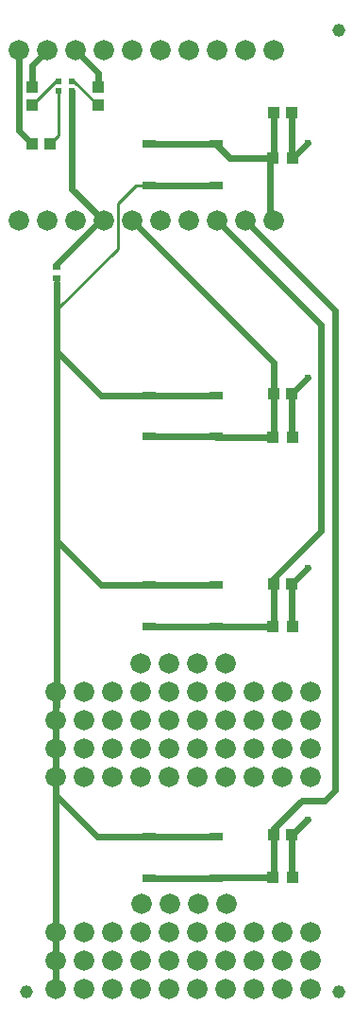
<source format=gtl>
G04 Layer: TopLayer*
G04 EasyEDA v6.4.0, 2020-07-11T15:36:10--4:00*
G04 5c711a7485794da784dbd98b48a371f8,7404d47bf86b4b15bb797b085195da26,10*
G04 Gerber Generator version 0.2*
G04 Scale: 100 percent, Rotated: No, Reflected: No *
G04 Dimensions in millimeters *
G04 leading zeros omitted , absolute positions ,3 integer and 3 decimal *
%FSLAX33Y33*%
%MOMM*%
G90*
G71D02*

%ADD10C,0.254000*%
%ADD11C,0.580009*%
%ADD12C,0.614985*%
%ADD13R,0.799998X0.499999*%
%ADD14R,0.999998X1.099998*%
%ADD15R,1.099998X0.999998*%
%ADD16R,0.499999X0.550012*%
%ADD17R,1.299997X0.699999*%
%ADD18C,1.829003*%
%ADD19C,1.151992*%

%LPD*%
G54D11*
G01X18999Y12150D02*
G01X19049Y12200D01*
G01X24099Y12200D01*
G01X18999Y34649D02*
G01X19050Y34700D01*
G01X24099Y34700D01*
G01X18999Y77850D02*
G01X20249Y76600D01*
G01X24099Y76600D01*
G01X18999Y51649D02*
G01X19049Y51600D01*
G01X24099Y51600D01*
G01X12999Y55350D02*
G01X8661Y55350D01*
G01X4699Y59311D01*
G01X8923Y70980D02*
G01X8580Y70980D01*
G01X4699Y67099D01*
G01X4699Y65400D02*
G01X4699Y54442D01*
G01X4699Y27523D01*
G54D10*
G01X4700Y62986D02*
G01X10199Y68485D01*
G01X10199Y69400D01*
G54D11*
G01X21623Y70980D02*
G01X29699Y62903D01*
G01X29699Y19999D01*
G01X28799Y19100D01*
G01X26699Y19100D01*
G01X24200Y16599D01*
G01X24199Y16000D01*
G54D10*
G01X12999Y74150D02*
G01X11850Y74150D01*
G01X10199Y72499D01*
G01X10199Y72499D02*
G01X10199Y69400D01*
G54D11*
G01X13000Y15849D02*
G01X8350Y15849D01*
G01X4639Y19560D01*
G01X4639Y21201D01*
G01X12999Y38350D02*
G01X8683Y38350D01*
G01X4699Y42333D01*
G01X19083Y70980D02*
G01X28399Y61663D01*
G01X28399Y43199D01*
G01X24199Y38999D01*
G01X24199Y38500D01*
G01X6100Y82550D02*
G01X6100Y73803D01*
G01X8923Y70980D01*
G01X23819Y76599D02*
G01X23819Y71323D01*
G01X24163Y70980D01*
G01X24100Y76599D02*
G01X24200Y76700D01*
G01X24200Y80599D01*
G01X11463Y70980D02*
G01X24199Y58243D01*
G01X24199Y55500D01*
G01X24099Y51600D02*
G01X24200Y51700D01*
G01X24200Y55500D01*
G01X24099Y12199D02*
G01X24200Y12300D01*
G01X24200Y16000D01*
G54D10*
G01X2500Y81300D02*
G01X4649Y83449D01*
G01X4900Y83449D01*
G54D11*
G01X25899Y76600D02*
G01X27198Y77900D01*
G01X27200Y77900D01*
G01X25799Y38500D02*
G01X27199Y39899D01*
G01X27200Y39899D01*
G01X12999Y51650D02*
G01X18999Y51650D01*
G01X25900Y76599D02*
G01X25800Y76699D01*
G01X25800Y80599D01*
G01X24099Y34700D02*
G01X24200Y34800D01*
G01X24200Y38500D01*
G01X12999Y12150D02*
G01X18999Y12150D01*
G01X12999Y77850D02*
G01X18999Y77850D01*
G01X12999Y55350D02*
G01X18999Y55350D01*
G01X12999Y34650D02*
G01X18999Y34650D01*
G01X25899Y34700D02*
G01X25800Y34799D01*
G01X25800Y38500D01*
G01X12999Y15850D02*
G01X18999Y15850D01*
G01X25899Y51600D02*
G01X25800Y51699D01*
G01X25800Y55500D01*
G01X27200Y17400D02*
G01X27200Y17400D01*
G01X25799Y16000D01*
G01X25899Y12199D02*
G01X25800Y12299D01*
G01X25800Y16000D01*
G01X4640Y28820D02*
G01X4640Y26280D01*
G01X4640Y26280D02*
G01X4640Y23740D01*
G01X4640Y23740D02*
G01X4640Y21200D01*
G01X4640Y21200D02*
G01X4640Y7279D01*
G01X4640Y7279D02*
G01X4640Y4739D01*
G01X4640Y4739D02*
G01X4640Y2199D01*
G01X12999Y38350D02*
G01X18999Y38350D01*
G01X12999Y74150D02*
G01X18999Y74150D01*
G01X6383Y86220D02*
G01X8400Y84203D01*
G01X8400Y82900D01*
G01X3843Y86220D02*
G01X2500Y84877D01*
G01X2500Y82900D01*
G01X27200Y56900D02*
G01X27200Y56900D01*
G01X25800Y55500D01*
G54D10*
G01X4100Y77800D02*
G01X4900Y78600D01*
G01X4900Y82549D01*
G01X8400Y81300D02*
G01X6250Y83449D01*
G01X6100Y83449D01*
G54D11*
G01X1303Y86220D02*
G01X1303Y78997D01*
G01X2500Y77800D01*
G54D13*
G01X4699Y66799D03*
G01X4699Y65799D03*
G54D14*
G01X4100Y77800D03*
G01X2500Y77800D03*
G54D15*
G01X2500Y81299D03*
G01X2500Y82899D03*
G01X8400Y81299D03*
G01X8400Y82899D03*
G54D16*
G01X4900Y82549D03*
G01X4900Y83449D03*
G01X6100Y83449D03*
G01X6100Y82549D03*
G54D14*
G01X25899Y76600D03*
G01X24099Y76600D03*
G01X25899Y51600D03*
G01X24099Y51600D03*
G01X25899Y34700D03*
G01X24099Y34700D03*
G01X25899Y12200D03*
G01X24099Y12200D03*
G01X24199Y80600D03*
G01X25800Y80600D03*
G01X24199Y55500D03*
G01X25800Y55500D03*
G01X24199Y38500D03*
G01X25800Y38500D03*
G01X24199Y16000D03*
G01X25800Y16000D03*
G54D17*
G01X12999Y55350D03*
G01X18999Y55350D03*
G01X12999Y51649D03*
G01X18999Y51649D03*
G01X12999Y38350D03*
G01X18999Y38350D03*
G01X12999Y34649D03*
G01X18999Y34649D03*
G01X12999Y15850D03*
G01X18999Y15850D03*
G01X12999Y12149D03*
G01X18999Y12149D03*
G01X18999Y74150D03*
G01X12999Y74150D03*
G01X18999Y77850D03*
G01X12999Y77850D03*
G54D18*
G01X7180Y21199D03*
G01X4640Y21199D03*
G01X4640Y28819D03*
G01X4640Y26279D03*
G01X4640Y23739D03*
G01X7180Y23739D03*
G01X7180Y26279D03*
G01X7180Y28819D03*
G01X17340Y28819D03*
G01X17340Y26279D03*
G01X17340Y23739D03*
G01X14800Y23739D03*
G01X14800Y26279D03*
G01X14800Y21199D03*
G01X17340Y21199D03*
G01X12260Y21199D03*
G01X9720Y21199D03*
G01X9720Y28819D03*
G01X9720Y26279D03*
G01X9720Y23739D03*
G01X12260Y23739D03*
G01X12260Y26279D03*
G01X12260Y28819D03*
G01X22420Y21199D03*
G01X19880Y21199D03*
G01X19880Y28819D03*
G01X19880Y26279D03*
G01X19880Y23739D03*
G01X22420Y23739D03*
G01X22420Y26279D03*
G01X22420Y28819D03*
G01X24960Y28819D03*
G01X24960Y26279D03*
G01X24960Y23739D03*
G01X24960Y21199D03*
G01X27500Y28819D03*
G01X27500Y26279D03*
G01X27500Y23739D03*
G01X27500Y21199D03*
G01X14800Y28819D03*
G01X27500Y2199D03*
G01X27500Y4739D03*
G01X27500Y7279D03*
G01X24960Y2199D03*
G01X24960Y4739D03*
G01X24960Y7279D03*
G01X22420Y7279D03*
G01X22420Y4739D03*
G01X19880Y4739D03*
G01X19880Y7279D03*
G01X19880Y2199D03*
G01X22420Y2199D03*
G01X12260Y7279D03*
G01X12260Y4739D03*
G01X9720Y4739D03*
G01X9720Y7279D03*
G01X9720Y2199D03*
G01X12260Y2199D03*
G01X17340Y2199D03*
G01X14800Y2199D03*
G01X14800Y7279D03*
G01X14800Y4739D03*
G01X17340Y4739D03*
G01X17340Y7279D03*
G01X7180Y7279D03*
G01X7180Y4739D03*
G01X4640Y4739D03*
G01X4640Y7279D03*
G01X4640Y2199D03*
G01X7180Y2199D03*
G01X12260Y31359D03*
G01X14800Y31359D03*
G01X17340Y31359D03*
G01X19880Y31359D03*
G01X19919Y9819D03*
G01X17379Y9819D03*
G01X14839Y9819D03*
G01X12299Y9819D03*
G54D19*
G01X29999Y88000D03*
G01X29999Y2000D03*
G01X1999Y2000D03*
G54D18*
G01X1303Y70980D03*
G01X3843Y70980D03*
G01X6383Y70980D03*
G01X8923Y70980D03*
G01X11463Y70980D03*
G01X14003Y70980D03*
G01X16543Y70980D03*
G01X19083Y70980D03*
G01X21623Y70980D03*
G01X24163Y70980D03*
G01X1303Y86220D03*
G01X3843Y86220D03*
G01X6383Y86220D03*
G01X8923Y86220D03*
G01X11463Y86220D03*
G01X14003Y86220D03*
G01X16543Y86220D03*
G01X19083Y86220D03*
G01X21623Y86220D03*
G01X24163Y86220D03*
G54D12*
G01X27200Y56900D03*
G01X27200Y39899D03*
G01X27200Y17400D03*
G01X27200Y77900D03*
M00*
M02*

</source>
